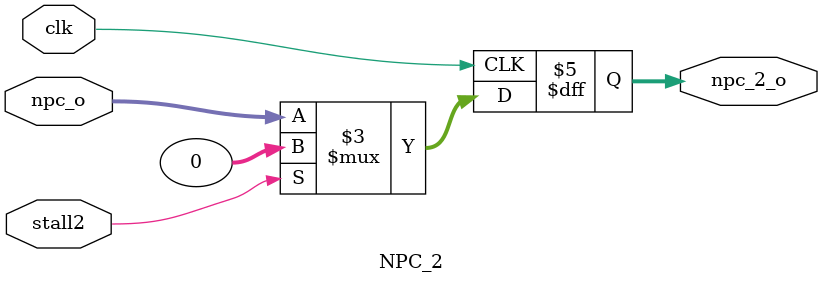
<source format=v>
`timescale 1ns / 1ps


module NPC_2(
input [31:0]npc_o,
input clk,
input stall2,
output reg [31:0]npc_2_o
    );
    always@(posedge clk)
    begin
        if(stall2) npc_2_o <= 32'h0;
        else begin
            npc_2_o <= npc_o;
        end
    end
endmodule

</source>
